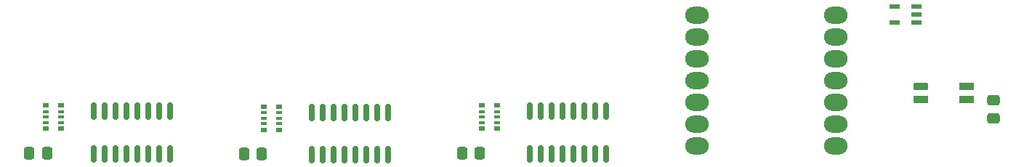
<source format=gbp>
G04 #@! TF.GenerationSoftware,KiCad,Pcbnew,(6.0.6-0)*
G04 #@! TF.CreationDate,2022-09-14T12:48:58-04:00*
G04 #@! TF.ProjectId,dial_toner_mx,6469616c-5f74-46f6-9e65-725f6d782e6b,rev?*
G04 #@! TF.SameCoordinates,Original*
G04 #@! TF.FileFunction,Paste,Bot*
G04 #@! TF.FilePolarity,Positive*
%FSLAX46Y46*%
G04 Gerber Fmt 4.6, Leading zero omitted, Abs format (unit mm)*
G04 Created by KiCad (PCBNEW (6.0.6-0)) date 2022-09-14 12:48:58*
%MOMM*%
%LPD*%
G01*
G04 APERTURE LIST*
G04 Aperture macros list*
%AMRoundRect*
0 Rectangle with rounded corners*
0 $1 Rounding radius*
0 $2 $3 $4 $5 $6 $7 $8 $9 X,Y pos of 4 corners*
0 Add a 4 corners polygon primitive as box body*
4,1,4,$2,$3,$4,$5,$6,$7,$8,$9,$2,$3,0*
0 Add four circle primitives for the rounded corners*
1,1,$1+$1,$2,$3*
1,1,$1+$1,$4,$5*
1,1,$1+$1,$6,$7*
1,1,$1+$1,$8,$9*
0 Add four rect primitives between the rounded corners*
20,1,$1+$1,$2,$3,$4,$5,0*
20,1,$1+$1,$4,$5,$6,$7,0*
20,1,$1+$1,$6,$7,$8,$9,0*
20,1,$1+$1,$8,$9,$2,$3,0*%
G04 Aperture macros list end*
%ADD10RoundRect,0.250000X0.337500X0.475000X-0.337500X0.475000X-0.337500X-0.475000X0.337500X-0.475000X0*%
%ADD11RoundRect,0.250000X-0.475000X0.337500X-0.475000X-0.337500X0.475000X-0.337500X0.475000X0.337500X0*%
%ADD12R,0.800000X0.480000*%
%ADD13R,0.800000X0.320000*%
%ADD14R,1.270000X0.558800*%
%ADD15R,1.700000X0.820000*%
%ADD16RoundRect,0.205000X0.645000X0.205000X-0.645000X0.205000X-0.645000X-0.205000X0.645000X-0.205000X0*%
%ADD17RoundRect,0.150000X-0.150000X0.825000X-0.150000X-0.825000X0.150000X-0.825000X0.150000X0.825000X0*%
%ADD18O,2.748280X1.998980*%
G04 APERTURE END LIST*
D10*
X93366500Y-137795000D03*
X91291500Y-137795000D03*
X143785500Y-137795000D03*
X141710500Y-137795000D03*
X118385500Y-137922000D03*
X116310500Y-137922000D03*
D11*
X203581000Y-131656000D03*
X203581000Y-133731000D03*
D12*
X145807000Y-132244000D03*
D13*
X145807000Y-132964000D03*
X145807000Y-133604000D03*
X145807000Y-134244000D03*
D12*
X145807000Y-134964000D03*
X144007000Y-134964000D03*
D13*
X144007000Y-134244000D03*
X144007000Y-133604000D03*
X144007000Y-132964000D03*
D12*
X144007000Y-132244000D03*
D14*
X194640400Y-120700200D03*
X194640400Y-121640000D03*
X194640400Y-122579800D03*
X192049600Y-122579800D03*
X192049600Y-120700200D03*
D12*
X120407000Y-132371000D03*
D13*
X120407000Y-133091000D03*
X120407000Y-133731000D03*
X120407000Y-134371000D03*
D12*
X120407000Y-135091000D03*
X118607000Y-135091000D03*
D13*
X118607000Y-134371000D03*
X118607000Y-133731000D03*
X118607000Y-133091000D03*
D12*
X118607000Y-132371000D03*
D15*
X200457000Y-131534000D03*
X200457000Y-130034000D03*
D16*
X195123000Y-130034000D03*
D15*
X195123000Y-131534000D03*
D12*
X95007000Y-132244000D03*
D13*
X95007000Y-132964000D03*
X95007000Y-133604000D03*
X95007000Y-134244000D03*
D12*
X95007000Y-134964000D03*
X93207000Y-134964000D03*
D13*
X93207000Y-134244000D03*
X93207000Y-133604000D03*
X93207000Y-132964000D03*
D12*
X93207000Y-132244000D03*
D17*
X149606000Y-132907000D03*
X150876000Y-132907000D03*
X152146000Y-132907000D03*
X153416000Y-132907000D03*
X154686000Y-132907000D03*
X155956000Y-132907000D03*
X157226000Y-132907000D03*
X158496000Y-132907000D03*
X158496000Y-137857000D03*
X157226000Y-137857000D03*
X155956000Y-137857000D03*
X154686000Y-137857000D03*
X153416000Y-137857000D03*
X152146000Y-137857000D03*
X150876000Y-137857000D03*
X149606000Y-137857000D03*
D18*
X185221880Y-121709180D03*
X185221880Y-124249180D03*
X185221880Y-126789180D03*
X185221880Y-129329180D03*
X185221880Y-131869180D03*
X185221880Y-134409180D03*
X185221880Y-136949180D03*
X169057320Y-136949180D03*
X169057320Y-134409180D03*
X169057320Y-131869180D03*
X169057320Y-129329180D03*
X169057320Y-126789180D03*
X169057320Y-124249180D03*
X169057320Y-121709180D03*
D17*
X124206000Y-133034000D03*
X125476000Y-133034000D03*
X126746000Y-133034000D03*
X128016000Y-133034000D03*
X129286000Y-133034000D03*
X130556000Y-133034000D03*
X131826000Y-133034000D03*
X133096000Y-133034000D03*
X133096000Y-137984000D03*
X131826000Y-137984000D03*
X130556000Y-137984000D03*
X129286000Y-137984000D03*
X128016000Y-137984000D03*
X126746000Y-137984000D03*
X125476000Y-137984000D03*
X124206000Y-137984000D03*
X98806000Y-132907000D03*
X100076000Y-132907000D03*
X101346000Y-132907000D03*
X102616000Y-132907000D03*
X103886000Y-132907000D03*
X105156000Y-132907000D03*
X106426000Y-132907000D03*
X107696000Y-132907000D03*
X107696000Y-137857000D03*
X106426000Y-137857000D03*
X105156000Y-137857000D03*
X103886000Y-137857000D03*
X102616000Y-137857000D03*
X101346000Y-137857000D03*
X100076000Y-137857000D03*
X98806000Y-137857000D03*
M02*

</source>
